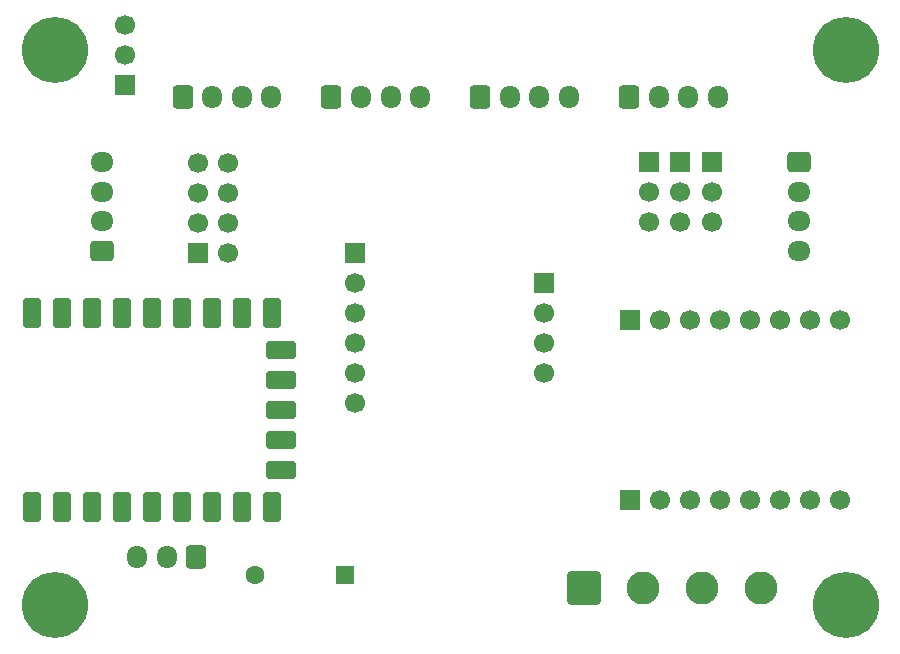
<source format=gbr>
%TF.GenerationSoftware,KiCad,Pcbnew,9.0.2*%
%TF.CreationDate,2025-07-15T21:19:39+05:30*%
%TF.ProjectId,peripherals-board-v2,70657269-7068-4657-9261-6c732d626f61,2*%
%TF.SameCoordinates,Original*%
%TF.FileFunction,Soldermask,Bot*%
%TF.FilePolarity,Negative*%
%FSLAX46Y46*%
G04 Gerber Fmt 4.6, Leading zero omitted, Abs format (unit mm)*
G04 Created by KiCad (PCBNEW 9.0.2) date 2025-07-15 21:19:39*
%MOMM*%
%LPD*%
G01*
G04 APERTURE LIST*
G04 Aperture macros list*
%AMRoundRect*
0 Rectangle with rounded corners*
0 $1 Rounding radius*
0 $2 $3 $4 $5 $6 $7 $8 $9 X,Y pos of 4 corners*
0 Add a 4 corners polygon primitive as box body*
4,1,4,$2,$3,$4,$5,$6,$7,$8,$9,$2,$3,0*
0 Add four circle primitives for the rounded corners*
1,1,$1+$1,$2,$3*
1,1,$1+$1,$4,$5*
1,1,$1+$1,$6,$7*
1,1,$1+$1,$8,$9*
0 Add four rect primitives between the rounded corners*
20,1,$1+$1,$2,$3,$4,$5,0*
20,1,$1+$1,$4,$5,$6,$7,0*
20,1,$1+$1,$6,$7,$8,$9,0*
20,1,$1+$1,$8,$9,$2,$3,0*%
G04 Aperture macros list end*
%ADD10RoundRect,0.250000X0.725000X-0.600000X0.725000X0.600000X-0.725000X0.600000X-0.725000X-0.600000X0*%
%ADD11O,1.950000X1.700000*%
%ADD12C,3.600000*%
%ADD13C,5.600000*%
%ADD14RoundRect,0.250000X-0.600000X-0.725000X0.600000X-0.725000X0.600000X0.725000X-0.600000X0.725000X0*%
%ADD15O,1.700000X1.950000*%
%ADD16RoundRect,0.250000X-0.725000X0.600000X-0.725000X-0.600000X0.725000X-0.600000X0.725000X0.600000X0*%
%ADD17RoundRect,0.400000X0.400000X-0.900000X0.400000X0.900000X-0.400000X0.900000X-0.400000X-0.900000X0*%
%ADD18RoundRect,0.400050X0.400050X-0.899950X0.400050X0.899950X-0.400050X0.899950X-0.400050X-0.899950X0*%
%ADD19RoundRect,0.400000X0.900000X-0.400000X0.900000X0.400000X-0.900000X0.400000X-0.900000X-0.400000X0*%
%ADD20RoundRect,0.393700X0.906300X-0.393700X0.906300X0.393700X-0.906300X0.393700X-0.906300X-0.393700X0*%
%ADD21R,1.700000X1.700000*%
%ADD22C,1.700000*%
%ADD23RoundRect,0.250001X-1.149999X-1.149999X1.149999X-1.149999X1.149999X1.149999X-1.149999X1.149999X0*%
%ADD24C,2.800000*%
%ADD25RoundRect,0.250000X0.600000X0.725000X-0.600000X0.725000X-0.600000X-0.725000X0.600000X-0.725000X0*%
%ADD26RoundRect,0.250000X0.550000X0.550000X-0.550000X0.550000X-0.550000X-0.550000X0.550000X-0.550000X0*%
%ADD27C,1.600000*%
G04 APERTURE END LIST*
D10*
%TO.C,J7*%
X46995000Y-68000000D03*
D11*
X46995000Y-65500000D03*
X46995000Y-63000000D03*
X46995000Y-60500000D03*
%TD*%
D12*
%TO.C,REF\u002A\u002A*%
X43000000Y-51000000D03*
D13*
X43000000Y-51000000D03*
%TD*%
D14*
%TO.C,J3*%
X91650000Y-55000000D03*
D15*
X94150000Y-55000000D03*
X96650000Y-55000000D03*
X99150000Y-55000000D03*
%TD*%
D12*
%TO.C,REF\u002A\u002A*%
X110000000Y-98000000D03*
D13*
X110000000Y-98000000D03*
%TD*%
D16*
%TO.C,J6*%
X106000000Y-60490000D03*
D11*
X106000000Y-62990000D03*
X106000000Y-65490000D03*
X106000000Y-67990000D03*
%TD*%
D17*
%TO.C,RZ1*%
X41086839Y-73210000D03*
X43626839Y-73210000D03*
X46166839Y-73210000D03*
X48706839Y-73210000D03*
X51246839Y-73210000D03*
D18*
X53786839Y-73210000D03*
X56326839Y-73210000D03*
X58866839Y-73210000D03*
X61406839Y-73210000D03*
D19*
X62216839Y-76350000D03*
D20*
X62216839Y-78890000D03*
X62216839Y-81430000D03*
X62216839Y-83970000D03*
X62216839Y-86510000D03*
D18*
X61406839Y-89650000D03*
X58866839Y-89650000D03*
X56326839Y-89650000D03*
X53786839Y-89650000D03*
X51246839Y-89650000D03*
X48706839Y-89650000D03*
X46166839Y-89650000D03*
X43626839Y-89650000D03*
X41086839Y-89650000D03*
%TD*%
D14*
%TO.C,J2*%
X79050000Y-54997500D03*
D15*
X81550000Y-54997500D03*
X84050000Y-54997500D03*
X86550000Y-54997500D03*
%TD*%
D21*
%TO.C,U3*%
X91708200Y-89110000D03*
D22*
X94248200Y-89110000D03*
X96788200Y-89110000D03*
X99328200Y-89110000D03*
X101868200Y-89110000D03*
X104408200Y-89110000D03*
X106948200Y-89110000D03*
X109488200Y-89110000D03*
X109488200Y-73870000D03*
X106948200Y-73870000D03*
X104408200Y-73870000D03*
X101868200Y-73870000D03*
X99328200Y-73870000D03*
X96788200Y-73870000D03*
X94248200Y-73870000D03*
D21*
X91708200Y-73870000D03*
%TD*%
D12*
%TO.C,REF\u002A\u002A*%
X110000000Y-51000000D03*
D13*
X110000000Y-51000000D03*
%TD*%
D23*
%TO.C,J1*%
X87850000Y-96500000D03*
D24*
X92850000Y-96500000D03*
X97850000Y-96500000D03*
X102850000Y-96500000D03*
%TD*%
D21*
%TO.C,U4*%
X68400000Y-68150000D03*
D22*
X68400000Y-70690000D03*
X68400000Y-73230000D03*
X68400000Y-75770000D03*
X68400000Y-78310000D03*
X68400000Y-80850000D03*
D21*
X84429320Y-70690000D03*
D22*
X84429320Y-73230000D03*
X84429320Y-75770000D03*
X84429320Y-78310000D03*
%TD*%
D14*
%TO.C,J5*%
X66450000Y-55000000D03*
D15*
X68950000Y-55000000D03*
X71450000Y-55000000D03*
X73950000Y-55000000D03*
%TD*%
D12*
%TO.C,REF\u002A\u002A*%
X43000000Y-98000000D03*
D13*
X43000000Y-98000000D03*
%TD*%
D21*
%TO.C,J13*%
X98645000Y-60465000D03*
D22*
X98645000Y-63005000D03*
X98645000Y-65545000D03*
%TD*%
D21*
%TO.C,J11*%
X93325000Y-60465000D03*
D22*
X93325000Y-63005000D03*
X93325000Y-65545000D03*
%TD*%
D25*
%TO.C,J8*%
X55015000Y-93920000D03*
D15*
X52515000Y-93920000D03*
X50015000Y-93920000D03*
%TD*%
D21*
%TO.C,J10*%
X55117500Y-68130000D03*
D22*
X57657500Y-68130000D03*
X55117500Y-65590000D03*
X57657500Y-65590000D03*
X55117500Y-63050000D03*
X57657500Y-63050000D03*
X55117500Y-60510000D03*
X57657500Y-60510000D03*
%TD*%
D21*
%TO.C,J9*%
X48965000Y-53955000D03*
D22*
X48965000Y-51415000D03*
X48965000Y-48875000D03*
%TD*%
D26*
%TO.C,SW1*%
X67585000Y-95390000D03*
D27*
X59965000Y-95390000D03*
%TD*%
D21*
%TO.C,J12*%
X95985000Y-60465000D03*
D22*
X95985000Y-63005000D03*
X95985000Y-65545000D03*
%TD*%
D14*
%TO.C,J4*%
X53850000Y-54995000D03*
D15*
X56350000Y-54995000D03*
X58850000Y-54995000D03*
X61350000Y-54995000D03*
%TD*%
M02*

</source>
